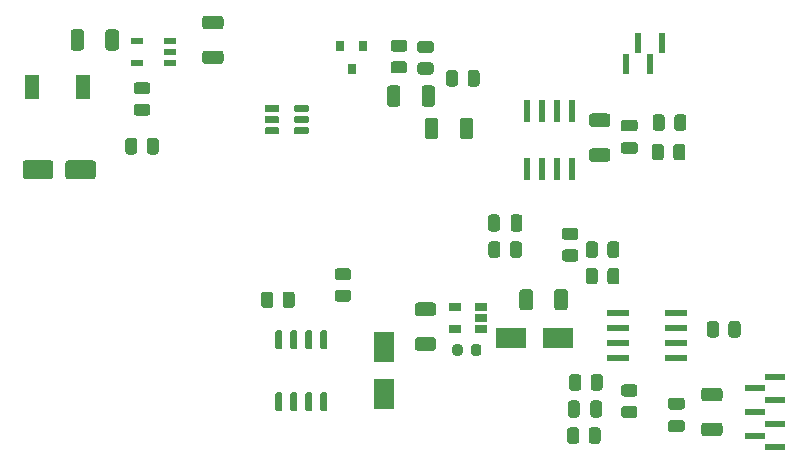
<source format=gbr>
%TF.GenerationSoftware,KiCad,Pcbnew,(5.1.10)-1*%
%TF.CreationDate,2022-10-02T14:19:25-06:00*%
%TF.ProjectId,PowerSupply,506f7765-7253-4757-9070-6c792e6b6963,rev?*%
%TF.SameCoordinates,Original*%
%TF.FileFunction,Paste,Top*%
%TF.FilePolarity,Positive*%
%FSLAX46Y46*%
G04 Gerber Fmt 4.6, Leading zero omitted, Abs format (unit mm)*
G04 Created by KiCad (PCBNEW (5.1.10)-1) date 2022-10-02 14:19:25*
%MOMM*%
%LPD*%
G01*
G04 APERTURE LIST*
%ADD10R,1.750000X0.600000*%
%ADD11R,0.600000X1.750000*%
%ADD12R,1.060000X0.650000*%
%ADD13R,1.100000X0.600000*%
%ADD14R,0.558800X1.981200*%
%ADD15R,1.981200X0.558800*%
%ADD16R,2.500000X1.800000*%
%ADD17R,1.800000X2.500000*%
%ADD18R,1.270000X2.108200*%
%ADD19R,0.800000X0.900000*%
G04 APERTURE END LIST*
D10*
%TO.C,J104*%
X118945000Y-83600000D03*
X118945000Y-85600000D03*
X118945000Y-87600000D03*
X120695000Y-82600000D03*
X120695000Y-84600000D03*
X120695000Y-86600000D03*
X120695000Y-88600000D03*
%TD*%
D11*
%TO.C,J103*%
X108070000Y-56100000D03*
X110070000Y-56100000D03*
X109070000Y-54350000D03*
X111070000Y-54350000D03*
%TD*%
%TO.C,C301*%
G36*
G01*
X59570000Y-64550000D02*
X59570000Y-65650000D01*
G75*
G02*
X59320000Y-65900000I-250000J0D01*
G01*
X57220000Y-65900000D01*
G75*
G02*
X56970000Y-65650000I0J250000D01*
G01*
X56970000Y-64550000D01*
G75*
G02*
X57220000Y-64300000I250000J0D01*
G01*
X59320000Y-64300000D01*
G75*
G02*
X59570000Y-64550000I0J-250000D01*
G01*
G37*
G36*
G01*
X63170000Y-64550000D02*
X63170000Y-65650000D01*
G75*
G02*
X62920000Y-65900000I-250000J0D01*
G01*
X60820000Y-65900000D01*
G75*
G02*
X60570000Y-65650000I0J250000D01*
G01*
X60570000Y-64550000D01*
G75*
G02*
X60820000Y-64300000I250000J0D01*
G01*
X62920000Y-64300000D01*
G75*
G02*
X63170000Y-64550000I0J-250000D01*
G01*
G37*
%TD*%
D12*
%TO.C,e*%
X93570000Y-78600000D03*
X93570000Y-76700000D03*
X95770000Y-76700000D03*
X95770000Y-77650000D03*
X95770000Y-78600000D03*
%TD*%
D13*
%TO.C,U301*%
X66670000Y-56049999D03*
X66670000Y-54149999D03*
X69470000Y-54149999D03*
X69470000Y-55099999D03*
X69470000Y-56049999D03*
%TD*%
D14*
%TO.C,U203*%
X99665000Y-60136200D03*
X100935000Y-60136200D03*
X102205000Y-60136200D03*
X103475000Y-60136200D03*
X103475000Y-65063800D03*
X102205000Y-65063800D03*
X100935000Y-65063800D03*
X99665000Y-65063800D03*
%TD*%
D15*
%TO.C,e*%
X107356200Y-81005000D03*
X107356200Y-79735000D03*
X107356200Y-78465000D03*
X107356200Y-77195000D03*
X112283800Y-77195000D03*
X112283800Y-78465000D03*
X112283800Y-79735000D03*
X112283800Y-81005000D03*
%TD*%
%TO.C,U201*%
G36*
G01*
X79955000Y-60110000D02*
X79955000Y-59690000D01*
G75*
G02*
X80045000Y-59600000I90000J0D01*
G01*
X81085000Y-59600000D01*
G75*
G02*
X81175000Y-59690000I0J-90000D01*
G01*
X81175000Y-60110000D01*
G75*
G02*
X81085000Y-60200000I-90000J0D01*
G01*
X80045000Y-60200000D01*
G75*
G02*
X79955000Y-60110000I0J90000D01*
G01*
G37*
G36*
G01*
X79955000Y-61060000D02*
X79955000Y-60640000D01*
G75*
G02*
X80045000Y-60550000I90000J0D01*
G01*
X81085000Y-60550000D01*
G75*
G02*
X81175000Y-60640000I0J-90000D01*
G01*
X81175000Y-61060000D01*
G75*
G02*
X81085000Y-61150000I-90000J0D01*
G01*
X80045000Y-61150000D01*
G75*
G02*
X79955000Y-61060000I0J90000D01*
G01*
G37*
G36*
G01*
X79955000Y-62010000D02*
X79955000Y-61590000D01*
G75*
G02*
X80045000Y-61500000I90000J0D01*
G01*
X81085000Y-61500000D01*
G75*
G02*
X81175000Y-61590000I0J-90000D01*
G01*
X81175000Y-62010000D01*
G75*
G02*
X81085000Y-62100000I-90000J0D01*
G01*
X80045000Y-62100000D01*
G75*
G02*
X79955000Y-62010000I0J90000D01*
G01*
G37*
G36*
G01*
X77465000Y-62010000D02*
X77465000Y-61590000D01*
G75*
G02*
X77555000Y-61500000I90000J0D01*
G01*
X78595000Y-61500000D01*
G75*
G02*
X78685000Y-61590000I0J-90000D01*
G01*
X78685000Y-62010000D01*
G75*
G02*
X78595000Y-62100000I-90000J0D01*
G01*
X77555000Y-62100000D01*
G75*
G02*
X77465000Y-62010000I0J90000D01*
G01*
G37*
G36*
G01*
X77465000Y-61060000D02*
X77465000Y-60640000D01*
G75*
G02*
X77555000Y-60550000I90000J0D01*
G01*
X78595000Y-60550000D01*
G75*
G02*
X78685000Y-60640000I0J-90000D01*
G01*
X78685000Y-61060000D01*
G75*
G02*
X78595000Y-61150000I-90000J0D01*
G01*
X77555000Y-61150000D01*
G75*
G02*
X77465000Y-61060000I0J90000D01*
G01*
G37*
G36*
G01*
X77465000Y-60110000D02*
X77465000Y-59690000D01*
G75*
G02*
X77555000Y-59600000I90000J0D01*
G01*
X78595000Y-59600000D01*
G75*
G02*
X78685000Y-59690000I0J-90000D01*
G01*
X78685000Y-60110000D01*
G75*
G02*
X78595000Y-60200000I-90000J0D01*
G01*
X77555000Y-60200000D01*
G75*
G02*
X77465000Y-60110000I0J90000D01*
G01*
G37*
%TD*%
%TO.C,R306*%
G36*
G01*
X97420000Y-71399998D02*
X97420000Y-72300002D01*
G75*
G02*
X97170002Y-72550000I-249998J0D01*
G01*
X96644998Y-72550000D01*
G75*
G02*
X96395000Y-72300002I0J249998D01*
G01*
X96395000Y-71399998D01*
G75*
G02*
X96644998Y-71150000I249998J0D01*
G01*
X97170002Y-71150000D01*
G75*
G02*
X97420000Y-71399998I0J-249998D01*
G01*
G37*
G36*
G01*
X99245000Y-71399998D02*
X99245000Y-72300002D01*
G75*
G02*
X98995002Y-72550000I-249998J0D01*
G01*
X98469998Y-72550000D01*
G75*
G02*
X98220000Y-72300002I0J249998D01*
G01*
X98220000Y-71399998D01*
G75*
G02*
X98469998Y-71150000I249998J0D01*
G01*
X98995002Y-71150000D01*
G75*
G02*
X99245000Y-71399998I0J-249998D01*
G01*
G37*
%TD*%
%TO.C,R305*%
G36*
G01*
X102869998Y-71837500D02*
X103770002Y-71837500D01*
G75*
G02*
X104020000Y-72087498I0J-249998D01*
G01*
X104020000Y-72612502D01*
G75*
G02*
X103770002Y-72862500I-249998J0D01*
G01*
X102869998Y-72862500D01*
G75*
G02*
X102620000Y-72612502I0J249998D01*
G01*
X102620000Y-72087498D01*
G75*
G02*
X102869998Y-71837500I249998J0D01*
G01*
G37*
G36*
G01*
X102869998Y-70012500D02*
X103770002Y-70012500D01*
G75*
G02*
X104020000Y-70262498I0J-249998D01*
G01*
X104020000Y-70787502D01*
G75*
G02*
X103770002Y-71037500I-249998J0D01*
G01*
X102869998Y-71037500D01*
G75*
G02*
X102620000Y-70787502I0J249998D01*
G01*
X102620000Y-70262498D01*
G75*
G02*
X102869998Y-70012500I249998J0D01*
G01*
G37*
%TD*%
%TO.C,R304*%
G36*
G01*
X66619998Y-59500000D02*
X67520002Y-59500000D01*
G75*
G02*
X67770000Y-59749998I0J-249998D01*
G01*
X67770000Y-60275002D01*
G75*
G02*
X67520002Y-60525000I-249998J0D01*
G01*
X66619998Y-60525000D01*
G75*
G02*
X66370000Y-60275002I0J249998D01*
G01*
X66370000Y-59749998D01*
G75*
G02*
X66619998Y-59500000I249998J0D01*
G01*
G37*
G36*
G01*
X66619998Y-57675000D02*
X67520002Y-57675000D01*
G75*
G02*
X67770000Y-57924998I0J-249998D01*
G01*
X67770000Y-58450002D01*
G75*
G02*
X67520002Y-58700000I-249998J0D01*
G01*
X66619998Y-58700000D01*
G75*
G02*
X66370000Y-58450002I0J249998D01*
G01*
X66370000Y-57924998D01*
G75*
G02*
X66619998Y-57675000I249998J0D01*
G01*
G37*
%TD*%
%TO.C,R303*%
G36*
G01*
X84520002Y-74450000D02*
X83619998Y-74450000D01*
G75*
G02*
X83370000Y-74200002I0J249998D01*
G01*
X83370000Y-73674998D01*
G75*
G02*
X83619998Y-73425000I249998J0D01*
G01*
X84520002Y-73425000D01*
G75*
G02*
X84770000Y-73674998I0J-249998D01*
G01*
X84770000Y-74200002D01*
G75*
G02*
X84520002Y-74450000I-249998J0D01*
G01*
G37*
G36*
G01*
X84520002Y-76275000D02*
X83619998Y-76275000D01*
G75*
G02*
X83370000Y-76025002I0J249998D01*
G01*
X83370000Y-75499998D01*
G75*
G02*
X83619998Y-75250000I249998J0D01*
G01*
X84520002Y-75250000D01*
G75*
G02*
X84770000Y-75499998I0J-249998D01*
G01*
X84770000Y-76025002D01*
G75*
G02*
X84520002Y-76275000I-249998J0D01*
G01*
G37*
%TD*%
%TO.C,R302*%
G36*
G01*
X67470000Y-63550002D02*
X67470000Y-62649998D01*
G75*
G02*
X67719998Y-62400000I249998J0D01*
G01*
X68245002Y-62400000D01*
G75*
G02*
X68495000Y-62649998I0J-249998D01*
G01*
X68495000Y-63550002D01*
G75*
G02*
X68245002Y-63800000I-249998J0D01*
G01*
X67719998Y-63800000D01*
G75*
G02*
X67470000Y-63550002I0J249998D01*
G01*
G37*
G36*
G01*
X65645000Y-63550002D02*
X65645000Y-62649998D01*
G75*
G02*
X65894998Y-62400000I249998J0D01*
G01*
X66420002Y-62400000D01*
G75*
G02*
X66670000Y-62649998I0J-249998D01*
G01*
X66670000Y-63550002D01*
G75*
G02*
X66420002Y-63800000I-249998J0D01*
G01*
X65894998Y-63800000D01*
G75*
G02*
X65645000Y-63550002I0J249998D01*
G01*
G37*
%TD*%
%TO.C,R301*%
G36*
G01*
X78970000Y-76550002D02*
X78970000Y-75649998D01*
G75*
G02*
X79219998Y-75400000I249998J0D01*
G01*
X79745002Y-75400000D01*
G75*
G02*
X79995000Y-75649998I0J-249998D01*
G01*
X79995000Y-76550002D01*
G75*
G02*
X79745002Y-76800000I-249998J0D01*
G01*
X79219998Y-76800000D01*
G75*
G02*
X78970000Y-76550002I0J249998D01*
G01*
G37*
G36*
G01*
X77145000Y-76550002D02*
X77145000Y-75649998D01*
G75*
G02*
X77394998Y-75400000I249998J0D01*
G01*
X77920002Y-75400000D01*
G75*
G02*
X78170000Y-75649998I0J-249998D01*
G01*
X78170000Y-76550002D01*
G75*
G02*
X77920002Y-76800000I-249998J0D01*
G01*
X77394998Y-76800000D01*
G75*
G02*
X77145000Y-76550002I0J249998D01*
G01*
G37*
%TD*%
%TO.C,R211*%
G36*
G01*
X112132500Y-61550002D02*
X112132500Y-60649998D01*
G75*
G02*
X112382498Y-60400000I249998J0D01*
G01*
X112907502Y-60400000D01*
G75*
G02*
X113157500Y-60649998I0J-249998D01*
G01*
X113157500Y-61550002D01*
G75*
G02*
X112907502Y-61800000I-249998J0D01*
G01*
X112382498Y-61800000D01*
G75*
G02*
X112132500Y-61550002I0J249998D01*
G01*
G37*
G36*
G01*
X110307500Y-61550002D02*
X110307500Y-60649998D01*
G75*
G02*
X110557498Y-60400000I249998J0D01*
G01*
X111082502Y-60400000D01*
G75*
G02*
X111332500Y-60649998I0J-249998D01*
G01*
X111332500Y-61550002D01*
G75*
G02*
X111082502Y-61800000I-249998J0D01*
G01*
X110557498Y-61800000D01*
G75*
G02*
X110307500Y-61550002I0J249998D01*
G01*
G37*
%TD*%
%TO.C,R210*%
G36*
G01*
X93832500Y-56899998D02*
X93832500Y-57800002D01*
G75*
G02*
X93582502Y-58050000I-249998J0D01*
G01*
X93057498Y-58050000D01*
G75*
G02*
X92807500Y-57800002I0J249998D01*
G01*
X92807500Y-56899998D01*
G75*
G02*
X93057498Y-56650000I249998J0D01*
G01*
X93582502Y-56650000D01*
G75*
G02*
X93832500Y-56899998I0J-249998D01*
G01*
G37*
G36*
G01*
X95657500Y-56899998D02*
X95657500Y-57800002D01*
G75*
G02*
X95407502Y-58050000I-249998J0D01*
G01*
X94882498Y-58050000D01*
G75*
G02*
X94632500Y-57800002I0J249998D01*
G01*
X94632500Y-56899998D01*
G75*
G02*
X94882498Y-56650000I249998J0D01*
G01*
X95407502Y-56650000D01*
G75*
G02*
X95657500Y-56899998I0J-249998D01*
G01*
G37*
%TD*%
%TO.C,R209*%
G36*
G01*
X112057500Y-64050002D02*
X112057500Y-63149998D01*
G75*
G02*
X112307498Y-62900000I249998J0D01*
G01*
X112832502Y-62900000D01*
G75*
G02*
X113082500Y-63149998I0J-249998D01*
G01*
X113082500Y-64050002D01*
G75*
G02*
X112832502Y-64300000I-249998J0D01*
G01*
X112307498Y-64300000D01*
G75*
G02*
X112057500Y-64050002I0J249998D01*
G01*
G37*
G36*
G01*
X110232500Y-64050002D02*
X110232500Y-63149998D01*
G75*
G02*
X110482498Y-62900000I249998J0D01*
G01*
X111007502Y-62900000D01*
G75*
G02*
X111257500Y-63149998I0J-249998D01*
G01*
X111257500Y-64050002D01*
G75*
G02*
X111007502Y-64300000I-249998J0D01*
G01*
X110482498Y-64300000D01*
G75*
G02*
X110232500Y-64050002I0J249998D01*
G01*
G37*
%TD*%
%TO.C,R208*%
G36*
G01*
X88369998Y-55912500D02*
X89270002Y-55912500D01*
G75*
G02*
X89520000Y-56162498I0J-249998D01*
G01*
X89520000Y-56687502D01*
G75*
G02*
X89270002Y-56937500I-249998J0D01*
G01*
X88369998Y-56937500D01*
G75*
G02*
X88120000Y-56687502I0J249998D01*
G01*
X88120000Y-56162498D01*
G75*
G02*
X88369998Y-55912500I249998J0D01*
G01*
G37*
G36*
G01*
X88369998Y-54087500D02*
X89270002Y-54087500D01*
G75*
G02*
X89520000Y-54337498I0J-249998D01*
G01*
X89520000Y-54862502D01*
G75*
G02*
X89270002Y-55112500I-249998J0D01*
G01*
X88369998Y-55112500D01*
G75*
G02*
X88120000Y-54862502I0J249998D01*
G01*
X88120000Y-54337498D01*
G75*
G02*
X88369998Y-54087500I249998J0D01*
G01*
G37*
%TD*%
%TO.C,R207*%
G36*
G01*
X91520002Y-55200000D02*
X90619998Y-55200000D01*
G75*
G02*
X90370000Y-54950002I0J249998D01*
G01*
X90370000Y-54424998D01*
G75*
G02*
X90619998Y-54175000I249998J0D01*
G01*
X91520002Y-54175000D01*
G75*
G02*
X91770000Y-54424998I0J-249998D01*
G01*
X91770000Y-54950002D01*
G75*
G02*
X91520002Y-55200000I-249998J0D01*
G01*
G37*
G36*
G01*
X91520002Y-57025000D02*
X90619998Y-57025000D01*
G75*
G02*
X90370000Y-56775002I0J249998D01*
G01*
X90370000Y-56249998D01*
G75*
G02*
X90619998Y-56000000I249998J0D01*
G01*
X91520002Y-56000000D01*
G75*
G02*
X91770000Y-56249998I0J-249998D01*
G01*
X91770000Y-56775002D01*
G75*
G02*
X91520002Y-57025000I-249998J0D01*
G01*
G37*
%TD*%
%TO.C,R206*%
G36*
G01*
X106470000Y-74550002D02*
X106470000Y-73649998D01*
G75*
G02*
X106719998Y-73400000I249998J0D01*
G01*
X107245002Y-73400000D01*
G75*
G02*
X107495000Y-73649998I0J-249998D01*
G01*
X107495000Y-74550002D01*
G75*
G02*
X107245002Y-74800000I-249998J0D01*
G01*
X106719998Y-74800000D01*
G75*
G02*
X106470000Y-74550002I0J249998D01*
G01*
G37*
G36*
G01*
X104645000Y-74550002D02*
X104645000Y-73649998D01*
G75*
G02*
X104894998Y-73400000I249998J0D01*
G01*
X105420002Y-73400000D01*
G75*
G02*
X105670000Y-73649998I0J-249998D01*
G01*
X105670000Y-74550002D01*
G75*
G02*
X105420002Y-74800000I-249998J0D01*
G01*
X104894998Y-74800000D01*
G75*
G02*
X104645000Y-74550002I0J249998D01*
G01*
G37*
%TD*%
%TO.C,R205*%
G36*
G01*
X106470000Y-72300002D02*
X106470000Y-71399998D01*
G75*
G02*
X106719998Y-71150000I249998J0D01*
G01*
X107245002Y-71150000D01*
G75*
G02*
X107495000Y-71399998I0J-249998D01*
G01*
X107495000Y-72300002D01*
G75*
G02*
X107245002Y-72550000I-249998J0D01*
G01*
X106719998Y-72550000D01*
G75*
G02*
X106470000Y-72300002I0J249998D01*
G01*
G37*
G36*
G01*
X104645000Y-72300002D02*
X104645000Y-71399998D01*
G75*
G02*
X104894998Y-71150000I249998J0D01*
G01*
X105420002Y-71150000D01*
G75*
G02*
X105670000Y-71399998I0J-249998D01*
G01*
X105670000Y-72300002D01*
G75*
G02*
X105420002Y-72550000I-249998J0D01*
G01*
X104894998Y-72550000D01*
G75*
G02*
X104645000Y-72300002I0J249998D01*
G01*
G37*
%TD*%
%TO.C,R204*%
G36*
G01*
X116720000Y-79050002D02*
X116720000Y-78149998D01*
G75*
G02*
X116969998Y-77900000I249998J0D01*
G01*
X117495002Y-77900000D01*
G75*
G02*
X117745000Y-78149998I0J-249998D01*
G01*
X117745000Y-79050002D01*
G75*
G02*
X117495002Y-79300000I-249998J0D01*
G01*
X116969998Y-79300000D01*
G75*
G02*
X116720000Y-79050002I0J249998D01*
G01*
G37*
G36*
G01*
X114895000Y-79050002D02*
X114895000Y-78149998D01*
G75*
G02*
X115144998Y-77900000I249998J0D01*
G01*
X115670002Y-77900000D01*
G75*
G02*
X115920000Y-78149998I0J-249998D01*
G01*
X115920000Y-79050002D01*
G75*
G02*
X115670002Y-79300000I-249998J0D01*
G01*
X115144998Y-79300000D01*
G75*
G02*
X114895000Y-79050002I0J249998D01*
G01*
G37*
%TD*%
%TO.C,R203*%
G36*
G01*
X107869998Y-85087500D02*
X108770002Y-85087500D01*
G75*
G02*
X109020000Y-85337498I0J-249998D01*
G01*
X109020000Y-85862502D01*
G75*
G02*
X108770002Y-86112500I-249998J0D01*
G01*
X107869998Y-86112500D01*
G75*
G02*
X107620000Y-85862502I0J249998D01*
G01*
X107620000Y-85337498D01*
G75*
G02*
X107869998Y-85087500I249998J0D01*
G01*
G37*
G36*
G01*
X107869998Y-83262500D02*
X108770002Y-83262500D01*
G75*
G02*
X109020000Y-83512498I0J-249998D01*
G01*
X109020000Y-84037502D01*
G75*
G02*
X108770002Y-84287500I-249998J0D01*
G01*
X107869998Y-84287500D01*
G75*
G02*
X107620000Y-84037502I0J249998D01*
G01*
X107620000Y-83512498D01*
G75*
G02*
X107869998Y-83262500I249998J0D01*
G01*
G37*
%TD*%
%TO.C,R202*%
G36*
G01*
X104082500Y-87149998D02*
X104082500Y-88050002D01*
G75*
G02*
X103832502Y-88300000I-249998J0D01*
G01*
X103307498Y-88300000D01*
G75*
G02*
X103057500Y-88050002I0J249998D01*
G01*
X103057500Y-87149998D01*
G75*
G02*
X103307498Y-86900000I249998J0D01*
G01*
X103832502Y-86900000D01*
G75*
G02*
X104082500Y-87149998I0J-249998D01*
G01*
G37*
G36*
G01*
X105907500Y-87149998D02*
X105907500Y-88050002D01*
G75*
G02*
X105657502Y-88300000I-249998J0D01*
G01*
X105132498Y-88300000D01*
G75*
G02*
X104882500Y-88050002I0J249998D01*
G01*
X104882500Y-87149998D01*
G75*
G02*
X105132498Y-86900000I249998J0D01*
G01*
X105657502Y-86900000D01*
G75*
G02*
X105907500Y-87149998I0J-249998D01*
G01*
G37*
%TD*%
%TO.C,e*%
G36*
G01*
X105057500Y-83550002D02*
X105057500Y-82649998D01*
G75*
G02*
X105307498Y-82400000I249998J0D01*
G01*
X105832502Y-82400000D01*
G75*
G02*
X106082500Y-82649998I0J-249998D01*
G01*
X106082500Y-83550002D01*
G75*
G02*
X105832502Y-83800000I-249998J0D01*
G01*
X105307498Y-83800000D01*
G75*
G02*
X105057500Y-83550002I0J249998D01*
G01*
G37*
G36*
G01*
X103232500Y-83550002D02*
X103232500Y-82649998D01*
G75*
G02*
X103482498Y-82400000I249998J0D01*
G01*
X104007502Y-82400000D01*
G75*
G02*
X104257500Y-82649998I0J-249998D01*
G01*
X104257500Y-83550002D01*
G75*
G02*
X104007502Y-83800000I-249998J0D01*
G01*
X103482498Y-83800000D01*
G75*
G02*
X103232500Y-83550002I0J249998D01*
G01*
G37*
%TD*%
%TO.C,Q301*%
G36*
G01*
X82325000Y-83900000D02*
X82625000Y-83900000D01*
G75*
G02*
X82775000Y-84050000I0J-150000D01*
G01*
X82775000Y-85400000D01*
G75*
G02*
X82625000Y-85550000I-150000J0D01*
G01*
X82325000Y-85550000D01*
G75*
G02*
X82175000Y-85400000I0J150000D01*
G01*
X82175000Y-84050000D01*
G75*
G02*
X82325000Y-83900000I150000J0D01*
G01*
G37*
G36*
G01*
X81055000Y-83900000D02*
X81355000Y-83900000D01*
G75*
G02*
X81505000Y-84050000I0J-150000D01*
G01*
X81505000Y-85400000D01*
G75*
G02*
X81355000Y-85550000I-150000J0D01*
G01*
X81055000Y-85550000D01*
G75*
G02*
X80905000Y-85400000I0J150000D01*
G01*
X80905000Y-84050000D01*
G75*
G02*
X81055000Y-83900000I150000J0D01*
G01*
G37*
G36*
G01*
X79785000Y-83900000D02*
X80085000Y-83900000D01*
G75*
G02*
X80235000Y-84050000I0J-150000D01*
G01*
X80235000Y-85400000D01*
G75*
G02*
X80085000Y-85550000I-150000J0D01*
G01*
X79785000Y-85550000D01*
G75*
G02*
X79635000Y-85400000I0J150000D01*
G01*
X79635000Y-84050000D01*
G75*
G02*
X79785000Y-83900000I150000J0D01*
G01*
G37*
G36*
G01*
X78515000Y-83900000D02*
X78815000Y-83900000D01*
G75*
G02*
X78965000Y-84050000I0J-150000D01*
G01*
X78965000Y-85400000D01*
G75*
G02*
X78815000Y-85550000I-150000J0D01*
G01*
X78515000Y-85550000D01*
G75*
G02*
X78365000Y-85400000I0J150000D01*
G01*
X78365000Y-84050000D01*
G75*
G02*
X78515000Y-83900000I150000J0D01*
G01*
G37*
G36*
G01*
X78515000Y-78650000D02*
X78815000Y-78650000D01*
G75*
G02*
X78965000Y-78800000I0J-150000D01*
G01*
X78965000Y-80150000D01*
G75*
G02*
X78815000Y-80300000I-150000J0D01*
G01*
X78515000Y-80300000D01*
G75*
G02*
X78365000Y-80150000I0J150000D01*
G01*
X78365000Y-78800000D01*
G75*
G02*
X78515000Y-78650000I150000J0D01*
G01*
G37*
G36*
G01*
X79785000Y-78650000D02*
X80085000Y-78650000D01*
G75*
G02*
X80235000Y-78800000I0J-150000D01*
G01*
X80235000Y-80150000D01*
G75*
G02*
X80085000Y-80300000I-150000J0D01*
G01*
X79785000Y-80300000D01*
G75*
G02*
X79635000Y-80150000I0J150000D01*
G01*
X79635000Y-78800000D01*
G75*
G02*
X79785000Y-78650000I150000J0D01*
G01*
G37*
G36*
G01*
X81055000Y-78650000D02*
X81355000Y-78650000D01*
G75*
G02*
X81505000Y-78800000I0J-150000D01*
G01*
X81505000Y-80150000D01*
G75*
G02*
X81355000Y-80300000I-150000J0D01*
G01*
X81055000Y-80300000D01*
G75*
G02*
X80905000Y-80150000I0J150000D01*
G01*
X80905000Y-78800000D01*
G75*
G02*
X81055000Y-78650000I150000J0D01*
G01*
G37*
G36*
G01*
X82325000Y-78650000D02*
X82625000Y-78650000D01*
G75*
G02*
X82775000Y-78800000I0J-150000D01*
G01*
X82775000Y-80150000D01*
G75*
G02*
X82625000Y-80300000I-150000J0D01*
G01*
X82325000Y-80300000D01*
G75*
G02*
X82175000Y-80150000I0J150000D01*
G01*
X82175000Y-78800000D01*
G75*
G02*
X82325000Y-78650000I150000J0D01*
G01*
G37*
%TD*%
%TO.C,L301*%
G36*
G01*
X94920000Y-80606250D02*
X94920000Y-80093750D01*
G75*
G02*
X95138750Y-79875000I218750J0D01*
G01*
X95576250Y-79875000D01*
G75*
G02*
X95795000Y-80093750I0J-218750D01*
G01*
X95795000Y-80606250D01*
G75*
G02*
X95576250Y-80825000I-218750J0D01*
G01*
X95138750Y-80825000D01*
G75*
G02*
X94920000Y-80606250I0J218750D01*
G01*
G37*
G36*
G01*
X93345000Y-80606250D02*
X93345000Y-80093750D01*
G75*
G02*
X93563750Y-79875000I218750J0D01*
G01*
X94001250Y-79875000D01*
G75*
G02*
X94220000Y-80093750I0J-218750D01*
G01*
X94220000Y-80606250D01*
G75*
G02*
X94001250Y-80825000I-218750J0D01*
G01*
X93563750Y-80825000D01*
G75*
G02*
X93345000Y-80606250I0J218750D01*
G01*
G37*
%TD*%
D16*
%TO.C,D303*%
X98320000Y-79350000D03*
X102320000Y-79350000D03*
%TD*%
D17*
%TO.C,e*%
X87570000Y-84100000D03*
X87570000Y-80100000D03*
%TD*%
D18*
%TO.C,D301*%
X57752000Y-58100000D03*
X62070000Y-58100000D03*
%TD*%
D19*
%TO.C,D201*%
X84820000Y-56600000D03*
X83870000Y-54600000D03*
X85770000Y-54600000D03*
%TD*%
%TO.C,C306*%
G36*
G01*
X100170000Y-75449999D02*
X100170000Y-76750001D01*
G75*
G02*
X99920001Y-77000000I-249999J0D01*
G01*
X99269999Y-77000000D01*
G75*
G02*
X99020000Y-76750001I0J249999D01*
G01*
X99020000Y-75449999D01*
G75*
G02*
X99269999Y-75200000I249999J0D01*
G01*
X99920001Y-75200000D01*
G75*
G02*
X100170000Y-75449999I0J-249999D01*
G01*
G37*
G36*
G01*
X103120000Y-75449999D02*
X103120000Y-76750001D01*
G75*
G02*
X102870001Y-77000000I-249999J0D01*
G01*
X102219999Y-77000000D01*
G75*
G02*
X101970000Y-76750001I0J249999D01*
G01*
X101970000Y-75449999D01*
G75*
G02*
X102219999Y-75200000I249999J0D01*
G01*
X102870001Y-75200000D01*
G75*
G02*
X103120000Y-75449999I0J-249999D01*
G01*
G37*
%TD*%
%TO.C,C305*%
G36*
G01*
X97370000Y-69125000D02*
X97370000Y-70075000D01*
G75*
G02*
X97120000Y-70325000I-250000J0D01*
G01*
X96620000Y-70325000D01*
G75*
G02*
X96370000Y-70075000I0J250000D01*
G01*
X96370000Y-69125000D01*
G75*
G02*
X96620000Y-68875000I250000J0D01*
G01*
X97120000Y-68875000D01*
G75*
G02*
X97370000Y-69125000I0J-250000D01*
G01*
G37*
G36*
G01*
X99270000Y-69125000D02*
X99270000Y-70075000D01*
G75*
G02*
X99020000Y-70325000I-250000J0D01*
G01*
X98520000Y-70325000D01*
G75*
G02*
X98270000Y-70075000I0J250000D01*
G01*
X98270000Y-69125000D01*
G75*
G02*
X98520000Y-68875000I250000J0D01*
G01*
X99020000Y-68875000D01*
G75*
G02*
X99270000Y-69125000I0J-250000D01*
G01*
G37*
%TD*%
%TO.C,C304*%
G36*
G01*
X72419999Y-55000000D02*
X73720001Y-55000000D01*
G75*
G02*
X73970000Y-55249999I0J-249999D01*
G01*
X73970000Y-55900001D01*
G75*
G02*
X73720001Y-56150000I-249999J0D01*
G01*
X72419999Y-56150000D01*
G75*
G02*
X72170000Y-55900001I0J249999D01*
G01*
X72170000Y-55249999D01*
G75*
G02*
X72419999Y-55000000I249999J0D01*
G01*
G37*
G36*
G01*
X72419999Y-52050000D02*
X73720001Y-52050000D01*
G75*
G02*
X73970000Y-52299999I0J-249999D01*
G01*
X73970000Y-52950001D01*
G75*
G02*
X73720001Y-53200000I-249999J0D01*
G01*
X72419999Y-53200000D01*
G75*
G02*
X72170000Y-52950001I0J249999D01*
G01*
X72170000Y-52299999D01*
G75*
G02*
X72419999Y-52050000I249999J0D01*
G01*
G37*
%TD*%
%TO.C,e*%
G36*
G01*
X91720001Y-77475000D02*
X90419999Y-77475000D01*
G75*
G02*
X90170000Y-77225001I0J249999D01*
G01*
X90170000Y-76574999D01*
G75*
G02*
X90419999Y-76325000I249999J0D01*
G01*
X91720001Y-76325000D01*
G75*
G02*
X91970000Y-76574999I0J-249999D01*
G01*
X91970000Y-77225001D01*
G75*
G02*
X91720001Y-77475000I-249999J0D01*
G01*
G37*
G36*
G01*
X91720001Y-80425000D02*
X90419999Y-80425000D01*
G75*
G02*
X90170000Y-80175001I0J249999D01*
G01*
X90170000Y-79524999D01*
G75*
G02*
X90419999Y-79275000I249999J0D01*
G01*
X91720001Y-79275000D01*
G75*
G02*
X91970000Y-79524999I0J-249999D01*
G01*
X91970000Y-80175001D01*
G75*
G02*
X91720001Y-80425000I-249999J0D01*
G01*
G37*
%TD*%
%TO.C,C302*%
G36*
G01*
X62170000Y-53449999D02*
X62170000Y-54750001D01*
G75*
G02*
X61920001Y-55000000I-249999J0D01*
G01*
X61269999Y-55000000D01*
G75*
G02*
X61020000Y-54750001I0J249999D01*
G01*
X61020000Y-53449999D01*
G75*
G02*
X61269999Y-53200000I249999J0D01*
G01*
X61920001Y-53200000D01*
G75*
G02*
X62170000Y-53449999I0J-249999D01*
G01*
G37*
G36*
G01*
X65120000Y-53449999D02*
X65120000Y-54750001D01*
G75*
G02*
X64870001Y-55000000I-249999J0D01*
G01*
X64219999Y-55000000D01*
G75*
G02*
X63970000Y-54750001I0J249999D01*
G01*
X63970000Y-53449999D01*
G75*
G02*
X64219999Y-53200000I249999J0D01*
G01*
X64870001Y-53200000D01*
G75*
G02*
X65120000Y-53449999I0J-249999D01*
G01*
G37*
%TD*%
%TO.C,C203*%
G36*
G01*
X92170000Y-60949999D02*
X92170000Y-62250001D01*
G75*
G02*
X91920001Y-62500000I-249999J0D01*
G01*
X91269999Y-62500000D01*
G75*
G02*
X91020000Y-62250001I0J249999D01*
G01*
X91020000Y-60949999D01*
G75*
G02*
X91269999Y-60700000I249999J0D01*
G01*
X91920001Y-60700000D01*
G75*
G02*
X92170000Y-60949999I0J-249999D01*
G01*
G37*
G36*
G01*
X95120000Y-60949999D02*
X95120000Y-62250001D01*
G75*
G02*
X94870001Y-62500000I-249999J0D01*
G01*
X94219999Y-62500000D01*
G75*
G02*
X93970000Y-62250001I0J249999D01*
G01*
X93970000Y-60949999D01*
G75*
G02*
X94219999Y-60700000I249999J0D01*
G01*
X94870001Y-60700000D01*
G75*
G02*
X95120000Y-60949999I0J-249999D01*
G01*
G37*
%TD*%
%TO.C,C202*%
G36*
G01*
X88945000Y-58199999D02*
X88945000Y-59500001D01*
G75*
G02*
X88695001Y-59750000I-249999J0D01*
G01*
X88044999Y-59750000D01*
G75*
G02*
X87795000Y-59500001I0J249999D01*
G01*
X87795000Y-58199999D01*
G75*
G02*
X88044999Y-57950000I249999J0D01*
G01*
X88695001Y-57950000D01*
G75*
G02*
X88945000Y-58199999I0J-249999D01*
G01*
G37*
G36*
G01*
X91895000Y-58199999D02*
X91895000Y-59500001D01*
G75*
G02*
X91645001Y-59750000I-249999J0D01*
G01*
X90994999Y-59750000D01*
G75*
G02*
X90745000Y-59500001I0J249999D01*
G01*
X90745000Y-58199999D01*
G75*
G02*
X90994999Y-57950000I249999J0D01*
G01*
X91645001Y-57950000D01*
G75*
G02*
X91895000Y-58199999I0J-249999D01*
G01*
G37*
%TD*%
%TO.C,C201*%
G36*
G01*
X104120000Y-84875000D02*
X104120000Y-85825000D01*
G75*
G02*
X103870000Y-86075000I-250000J0D01*
G01*
X103370000Y-86075000D01*
G75*
G02*
X103120000Y-85825000I0J250000D01*
G01*
X103120000Y-84875000D01*
G75*
G02*
X103370000Y-84625000I250000J0D01*
G01*
X103870000Y-84625000D01*
G75*
G02*
X104120000Y-84875000I0J-250000D01*
G01*
G37*
G36*
G01*
X106020000Y-84875000D02*
X106020000Y-85825000D01*
G75*
G02*
X105770000Y-86075000I-250000J0D01*
G01*
X105270000Y-86075000D01*
G75*
G02*
X105020000Y-85825000I0J250000D01*
G01*
X105020000Y-84875000D01*
G75*
G02*
X105270000Y-84625000I250000J0D01*
G01*
X105770000Y-84625000D01*
G75*
G02*
X106020000Y-84875000I0J-250000D01*
G01*
G37*
%TD*%
%TO.C,C110*%
G36*
G01*
X107845000Y-62750000D02*
X108795000Y-62750000D01*
G75*
G02*
X109045000Y-63000000I0J-250000D01*
G01*
X109045000Y-63500000D01*
G75*
G02*
X108795000Y-63750000I-250000J0D01*
G01*
X107845000Y-63750000D01*
G75*
G02*
X107595000Y-63500000I0J250000D01*
G01*
X107595000Y-63000000D01*
G75*
G02*
X107845000Y-62750000I250000J0D01*
G01*
G37*
G36*
G01*
X107845000Y-60850000D02*
X108795000Y-60850000D01*
G75*
G02*
X109045000Y-61100000I0J-250000D01*
G01*
X109045000Y-61600000D01*
G75*
G02*
X108795000Y-61850000I-250000J0D01*
G01*
X107845000Y-61850000D01*
G75*
G02*
X107595000Y-61600000I0J250000D01*
G01*
X107595000Y-61100000D01*
G75*
G02*
X107845000Y-60850000I250000J0D01*
G01*
G37*
%TD*%
%TO.C,C109*%
G36*
G01*
X112795000Y-85400000D02*
X111845000Y-85400000D01*
G75*
G02*
X111595000Y-85150000I0J250000D01*
G01*
X111595000Y-84650000D01*
G75*
G02*
X111845000Y-84400000I250000J0D01*
G01*
X112795000Y-84400000D01*
G75*
G02*
X113045000Y-84650000I0J-250000D01*
G01*
X113045000Y-85150000D01*
G75*
G02*
X112795000Y-85400000I-250000J0D01*
G01*
G37*
G36*
G01*
X112795000Y-87300000D02*
X111845000Y-87300000D01*
G75*
G02*
X111595000Y-87050000I0J250000D01*
G01*
X111595000Y-86550000D01*
G75*
G02*
X111845000Y-86300000I250000J0D01*
G01*
X112795000Y-86300000D01*
G75*
G02*
X113045000Y-86550000I0J-250000D01*
G01*
X113045000Y-87050000D01*
G75*
G02*
X112795000Y-87300000I-250000J0D01*
G01*
G37*
%TD*%
%TO.C,C108*%
G36*
G01*
X105169999Y-63275000D02*
X106470001Y-63275000D01*
G75*
G02*
X106720000Y-63524999I0J-249999D01*
G01*
X106720000Y-64175001D01*
G75*
G02*
X106470001Y-64425000I-249999J0D01*
G01*
X105169999Y-64425000D01*
G75*
G02*
X104920000Y-64175001I0J249999D01*
G01*
X104920000Y-63524999D01*
G75*
G02*
X105169999Y-63275000I249999J0D01*
G01*
G37*
G36*
G01*
X105169999Y-60325000D02*
X106470001Y-60325000D01*
G75*
G02*
X106720000Y-60574999I0J-249999D01*
G01*
X106720000Y-61225001D01*
G75*
G02*
X106470001Y-61475000I-249999J0D01*
G01*
X105169999Y-61475000D01*
G75*
G02*
X104920000Y-61225001I0J249999D01*
G01*
X104920000Y-60574999D01*
G75*
G02*
X105169999Y-60325000I249999J0D01*
G01*
G37*
%TD*%
%TO.C,C107*%
G36*
G01*
X115970001Y-84700000D02*
X114669999Y-84700000D01*
G75*
G02*
X114420000Y-84450001I0J249999D01*
G01*
X114420000Y-83799999D01*
G75*
G02*
X114669999Y-83550000I249999J0D01*
G01*
X115970001Y-83550000D01*
G75*
G02*
X116220000Y-83799999I0J-249999D01*
G01*
X116220000Y-84450001D01*
G75*
G02*
X115970001Y-84700000I-249999J0D01*
G01*
G37*
G36*
G01*
X115970001Y-87650000D02*
X114669999Y-87650000D01*
G75*
G02*
X114420000Y-87400001I0J249999D01*
G01*
X114420000Y-86749999D01*
G75*
G02*
X114669999Y-86500000I249999J0D01*
G01*
X115970001Y-86500000D01*
G75*
G02*
X116220000Y-86749999I0J-249999D01*
G01*
X116220000Y-87400001D01*
G75*
G02*
X115970001Y-87650000I-249999J0D01*
G01*
G37*
%TD*%
M02*

</source>
